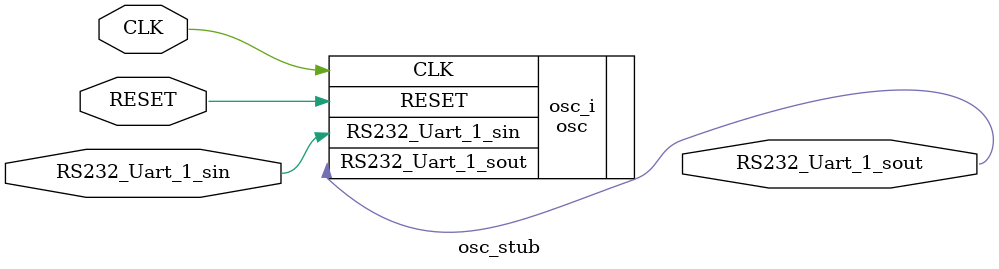
<source format=v>

module osc_stub
  (
    RS232_Uart_1_sout,
    RS232_Uart_1_sin,
    RESET,
    CLK
  );
  output RS232_Uart_1_sout;
  input RS232_Uart_1_sin;
  input RESET;
  input CLK;

  (* BOX_TYPE = "user_black_box" *)
  osc
    osc_i (
      .RS232_Uart_1_sout ( RS232_Uart_1_sout ),
      .RS232_Uart_1_sin ( RS232_Uart_1_sin ),
      .RESET ( RESET ),
      .CLK ( CLK )
    );

endmodule


</source>
